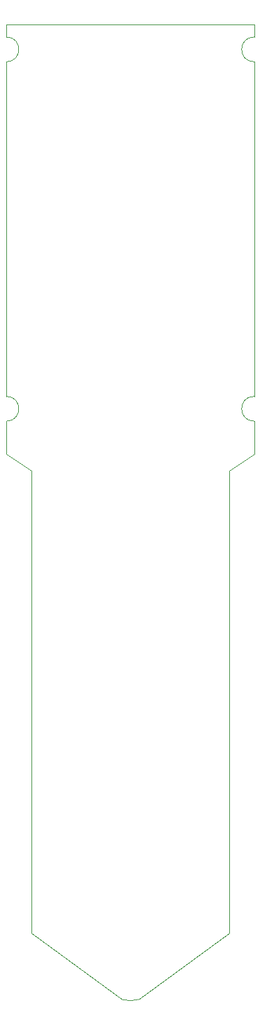
<source format=gbr>
G04 #@! TF.GenerationSoftware,KiCad,Pcbnew,(5.1.5)-3*
G04 #@! TF.CreationDate,2021-04-12T22:21:49+08:00*
G04 #@! TF.ProjectId,parasite,70617261-7369-4746-952e-6b696361645f,1.1.0*
G04 #@! TF.SameCoordinates,Original*
G04 #@! TF.FileFunction,Profile,NP*
%FSLAX46Y46*%
G04 Gerber Fmt 4.6, Leading zero omitted, Abs format (unit mm)*
G04 Created by KiCad (PCBNEW (5.1.5)-3) date 2021-04-12 22:21:49*
%MOMM*%
%LPD*%
G04 APERTURE LIST*
%ADD10C,0.050000*%
G04 APERTURE END LIST*
D10*
X133000000Y-46500000D02*
X133000000Y-87000000D01*
X133000000Y-42000000D02*
X133000000Y-43500000D01*
X103000000Y-43500000D02*
X103000000Y-42000000D01*
X103000000Y-87000000D02*
X103000000Y-46500000D01*
X103000000Y-94000000D02*
X103000000Y-90000000D01*
X133000000Y-90000000D02*
X133000000Y-94000000D01*
X103000000Y-43500000D02*
G75*
G02X103000000Y-46500000I0J-1500000D01*
G01*
X133000000Y-46500000D02*
G75*
G02X133000000Y-43500000I0J1500000D01*
G01*
X133000000Y-90000000D02*
G75*
G02X133000000Y-87000000I0J1500000D01*
G01*
X103000000Y-87000000D02*
G75*
G02X103000000Y-90000000I0J-1500000D01*
G01*
X117000000Y-160000000D02*
X106000000Y-152000000D01*
X119000000Y-159999999D02*
X130000000Y-152000000D01*
X119000000Y-159999998D02*
G75*
G02X117000001Y-159999999I-1000000J2999998D01*
G01*
X130000000Y-96000000D02*
X130000000Y-152000000D01*
X106000000Y-96000000D02*
X106000000Y-152000000D01*
X103000000Y-94000000D02*
X106000000Y-96000000D01*
X133000000Y-94000000D02*
X130000000Y-96000000D01*
X103000000Y-42000000D02*
X133000000Y-42000000D01*
M02*

</source>
